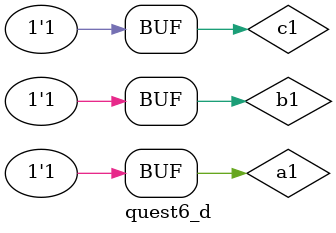
<source format=v>
module quest6_d;


reg a1;
reg b1;
reg c1;
wire w1;
wire w2;
wire w3;
wire w4;
wire w5;
wire w6;
wire w7;
wire w8;
wire w9;



andgate ar(.x(a1),.y(b1),.z(w1));
notgate ar1(.x(a1),.z(w2));
andgate ar2(.x(w2),.y(c1),.z(w3));
andgate ar3(.x(b1),.y(c1),.z(w4));
orgate ar4(.x(w1),.y(w3),.z(w5));
orgate ar5(.x(w5),.y(w4),.z(w6));

andgate ar6(.x(a1),.y(b1),.z(w7));
andgate ar7(.x(w2),.y(c1),.z(w8));
orgate ar8(.x(w7),.y(w8),.z(w9));

  



initial begin
a1=1'b0; b1=1'b0;c1=1'b0; #20
a1=1'b0; b1=1'b0;c1=1'b1; #20
a1=1'b0; b1=1'b1;c1=1'b0; #20
a1=1'b0; b1=1'b1;c1=1'b1; #20
a1=1'b1; b1=1'b0;c1=1'b0; #20
a1=1'b1; b1=1'b0;c1=1'b1; #20
a1=1'b1; b1=1'b1;c1=1'b0; #20
a1=1'b1; b1=1'b1;c1=1'b1; 


end
endmodule


</source>
